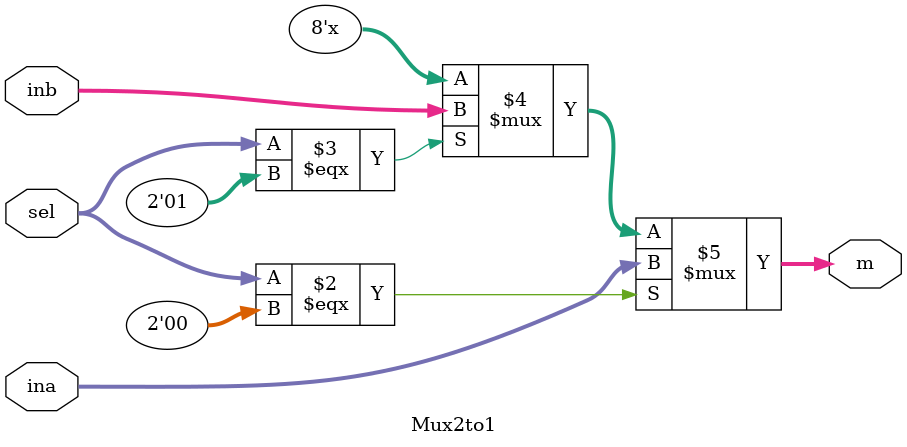
<source format=sv>
module Mux2to1(
  input logic [7:0]
  ina,
  inb,
  input logic [1:0]
  sel,
  output logic [7:0]
  m
);

  always_comb begin
    m = (sel === 2'b00) ? ina :
    (sel === 2'b01) ? inb : 8'bx;
  end

endmodule

</source>
